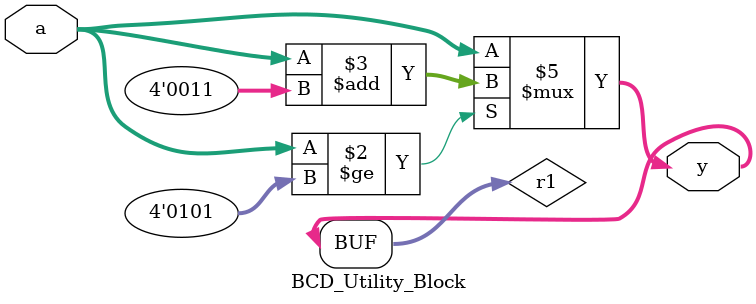
<source format=v>
module BCD_Utility_Block (
    input[3:0] a,
    output[3:0] y
);
reg[3:0] r1;
always @(a)
begin
    if (a >= 4'b0101) 
        r1 = a + 4'b0011;
    else
        r1 = a;
    
end
assign y = r1;
endmodule
</source>
